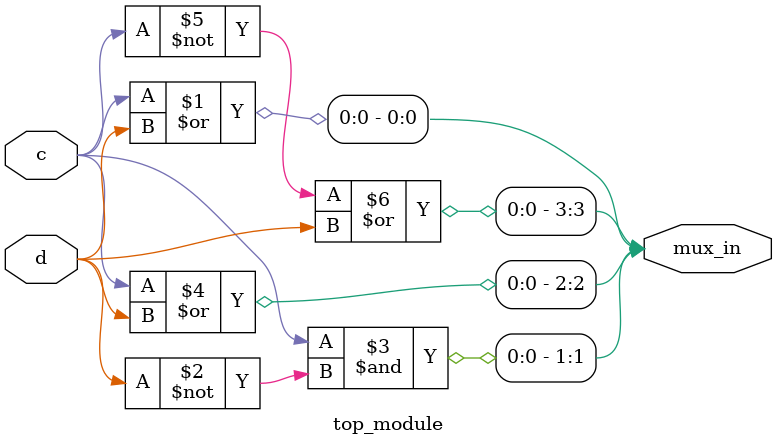
<source format=sv>
module top_module (
    input c,
    input d,
    output [3:0] mux_in
);

    // Assign values to mux_in based on the given Karnaugh map
    assign mux_in[0] = c | d;     // ab=00, (c=0,d=0) -> 0, (c=1,d=0) -> 1
    assign mux_in[1] = c & ~d;    // ab=01, (c=0,d=1) -> 0, (c=1,d=1) -> 0
    assign mux_in[2] = (c | d);   // ab=11, (c=1,d=1) -> 1
    assign mux_in[3] = (~c | d);  // ab=10, (c=1,d=0) -> 1

endmodule

</source>
